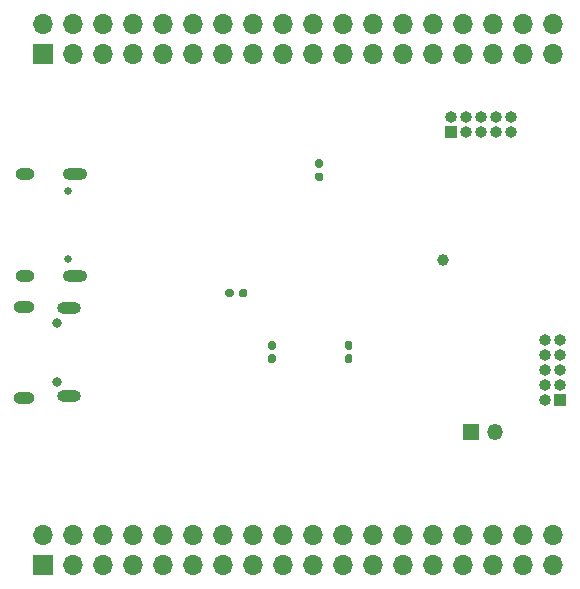
<source format=gbr>
%TF.GenerationSoftware,KiCad,Pcbnew,(5.1.10-1-10_14)*%
%TF.CreationDate,2021-08-18T14:47:54+08:00*%
%TF.ProjectId,jlinkob_hs,6a6c696e-6b6f-4625-9f68-732e6b696361,rev?*%
%TF.SameCoordinates,Original*%
%TF.FileFunction,Soldermask,Bot*%
%TF.FilePolarity,Negative*%
%FSLAX46Y46*%
G04 Gerber Fmt 4.6, Leading zero omitted, Abs format (unit mm)*
G04 Created by KiCad (PCBNEW (5.1.10-1-10_14)) date 2021-08-18 14:47:54*
%MOMM*%
%LPD*%
G01*
G04 APERTURE LIST*
%ADD10C,1.000000*%
%ADD11O,1.000000X1.000000*%
%ADD12R,1.000000X1.000000*%
%ADD13O,1.700000X1.700000*%
%ADD14R,1.700000X1.700000*%
%ADD15C,0.800000*%
%ADD16O,1.800000X1.000000*%
%ADD17O,2.000000X1.000000*%
%ADD18O,1.350000X1.350000*%
%ADD19R,1.350000X1.350000*%
%ADD20O,2.100000X1.000000*%
%ADD21C,0.650000*%
%ADD22O,1.600000X1.000000*%
G04 APERTURE END LIST*
D10*
%TO.C,TP1*%
X137500000Y-72190000D03*
%TD*%
D11*
%TO.C,CON2*%
X147410000Y-78990000D03*
X146140000Y-78990000D03*
X147410000Y-80260000D03*
X146140000Y-80260000D03*
X147410000Y-81530000D03*
X146140000Y-81530000D03*
X147410000Y-82800000D03*
X146140000Y-82800000D03*
X146140000Y-84070000D03*
D12*
X147410000Y-84070000D03*
%TD*%
D13*
%TO.C,J5*%
X146760000Y-52210000D03*
X146760000Y-54750000D03*
X144220000Y-52210000D03*
X144220000Y-54750000D03*
X141680000Y-52210000D03*
X141680000Y-54750000D03*
X139140000Y-52210000D03*
X139140000Y-54750000D03*
X136600000Y-52210000D03*
X136600000Y-54750000D03*
X134060000Y-52210000D03*
X134060000Y-54750000D03*
X131520000Y-52210000D03*
X131520000Y-54750000D03*
X128980000Y-52210000D03*
X128980000Y-54750000D03*
X126440000Y-52210000D03*
X126440000Y-54750000D03*
X123900000Y-52210000D03*
X123900000Y-54750000D03*
X121360000Y-52210000D03*
X121360000Y-54750000D03*
X118820000Y-52210000D03*
X118820000Y-54750000D03*
X116280000Y-52210000D03*
X116280000Y-54750000D03*
X113740000Y-52210000D03*
X113740000Y-54750000D03*
X111200000Y-52210000D03*
X111200000Y-54750000D03*
X108660000Y-52210000D03*
X108660000Y-54750000D03*
X106120000Y-52210000D03*
X106120000Y-54750000D03*
X103580000Y-52210000D03*
D14*
X103580000Y-54750000D03*
%TD*%
D13*
%TO.C,J4*%
X146810000Y-95480000D03*
X146810000Y-98020000D03*
X144270000Y-95480000D03*
X144270000Y-98020000D03*
X141730000Y-95480000D03*
X141730000Y-98020000D03*
X139190000Y-95480000D03*
X139190000Y-98020000D03*
X136650000Y-95480000D03*
X136650000Y-98020000D03*
X134110000Y-95480000D03*
X134110000Y-98020000D03*
X131570000Y-95480000D03*
X131570000Y-98020000D03*
X129030000Y-95480000D03*
X129030000Y-98020000D03*
X126490000Y-95480000D03*
X126490000Y-98020000D03*
X123950000Y-95480000D03*
X123950000Y-98020000D03*
X121410000Y-95480000D03*
X121410000Y-98020000D03*
X118870000Y-95480000D03*
X118870000Y-98020000D03*
X116330000Y-95480000D03*
X116330000Y-98020000D03*
X113790000Y-95480000D03*
X113790000Y-98020000D03*
X111250000Y-95480000D03*
X111250000Y-98020000D03*
X108710000Y-95480000D03*
X108710000Y-98020000D03*
X106170000Y-95480000D03*
X106170000Y-98020000D03*
X103630000Y-95480000D03*
D14*
X103630000Y-98020000D03*
%TD*%
D15*
%TO.C,J2*%
X104800000Y-82533824D03*
X104800000Y-77533824D03*
D16*
X102050000Y-83908824D03*
X102050000Y-76158824D03*
D17*
X105850000Y-83758824D03*
X105850000Y-76308824D03*
%TD*%
D18*
%TO.C,J3*%
X141850000Y-86730000D03*
D19*
X139850000Y-86730000D03*
%TD*%
D11*
%TO.C,CON1*%
X143240000Y-61390000D03*
X143240000Y-60120000D03*
X141970000Y-61390000D03*
X141970000Y-60120000D03*
X140700000Y-61390000D03*
X140700000Y-60120000D03*
X139430000Y-61390000D03*
X139430000Y-60120000D03*
X138160000Y-60120000D03*
D12*
X138160000Y-61390000D03*
%TD*%
%TO.C,C16*%
G36*
G01*
X123155000Y-79800000D02*
X122845000Y-79800000D01*
G75*
G02*
X122690000Y-79645000I0J155000D01*
G01*
X122690000Y-79220000D01*
G75*
G02*
X122845000Y-79065000I155000J0D01*
G01*
X123155000Y-79065000D01*
G75*
G02*
X123310000Y-79220000I0J-155000D01*
G01*
X123310000Y-79645000D01*
G75*
G02*
X123155000Y-79800000I-155000J0D01*
G01*
G37*
G36*
G01*
X123155000Y-80935000D02*
X122845000Y-80935000D01*
G75*
G02*
X122690000Y-80780000I0J155000D01*
G01*
X122690000Y-80355000D01*
G75*
G02*
X122845000Y-80200000I155000J0D01*
G01*
X123155000Y-80200000D01*
G75*
G02*
X123310000Y-80355000I0J-155000D01*
G01*
X123310000Y-80780000D01*
G75*
G02*
X123155000Y-80935000I-155000J0D01*
G01*
G37*
%TD*%
%TO.C,C15*%
G36*
G01*
X127155000Y-64400000D02*
X126845000Y-64400000D01*
G75*
G02*
X126690000Y-64245000I0J155000D01*
G01*
X126690000Y-63820000D01*
G75*
G02*
X126845000Y-63665000I155000J0D01*
G01*
X127155000Y-63665000D01*
G75*
G02*
X127310000Y-63820000I0J-155000D01*
G01*
X127310000Y-64245000D01*
G75*
G02*
X127155000Y-64400000I-155000J0D01*
G01*
G37*
G36*
G01*
X127155000Y-65535000D02*
X126845000Y-65535000D01*
G75*
G02*
X126690000Y-65380000I0J155000D01*
G01*
X126690000Y-64955000D01*
G75*
G02*
X126845000Y-64800000I155000J0D01*
G01*
X127155000Y-64800000D01*
G75*
G02*
X127310000Y-64955000I0J-155000D01*
G01*
X127310000Y-65380000D01*
G75*
G02*
X127155000Y-65535000I-155000J0D01*
G01*
G37*
%TD*%
%TO.C,C9*%
G36*
G01*
X120200000Y-75155000D02*
X120200000Y-74845000D01*
G75*
G02*
X120355000Y-74690000I155000J0D01*
G01*
X120780000Y-74690000D01*
G75*
G02*
X120935000Y-74845000I0J-155000D01*
G01*
X120935000Y-75155000D01*
G75*
G02*
X120780000Y-75310000I-155000J0D01*
G01*
X120355000Y-75310000D01*
G75*
G02*
X120200000Y-75155000I0J155000D01*
G01*
G37*
G36*
G01*
X119065000Y-75155000D02*
X119065000Y-74845000D01*
G75*
G02*
X119220000Y-74690000I155000J0D01*
G01*
X119645000Y-74690000D01*
G75*
G02*
X119800000Y-74845000I0J-155000D01*
G01*
X119800000Y-75155000D01*
G75*
G02*
X119645000Y-75310000I-155000J0D01*
G01*
X119220000Y-75310000D01*
G75*
G02*
X119065000Y-75155000I0J155000D01*
G01*
G37*
%TD*%
%TO.C,C8*%
G36*
G01*
X129655000Y-79800000D02*
X129345000Y-79800000D01*
G75*
G02*
X129190000Y-79645000I0J155000D01*
G01*
X129190000Y-79220000D01*
G75*
G02*
X129345000Y-79065000I155000J0D01*
G01*
X129655000Y-79065000D01*
G75*
G02*
X129810000Y-79220000I0J-155000D01*
G01*
X129810000Y-79645000D01*
G75*
G02*
X129655000Y-79800000I-155000J0D01*
G01*
G37*
G36*
G01*
X129655000Y-80935000D02*
X129345000Y-80935000D01*
G75*
G02*
X129190000Y-80780000I0J155000D01*
G01*
X129190000Y-80355000D01*
G75*
G02*
X129345000Y-80200000I155000J0D01*
G01*
X129655000Y-80200000D01*
G75*
G02*
X129810000Y-80355000I0J-155000D01*
G01*
X129810000Y-80780000D01*
G75*
G02*
X129655000Y-80935000I-155000J0D01*
G01*
G37*
%TD*%
D20*
%TO.C,J1*%
X106310000Y-73570000D03*
X106310000Y-64930000D03*
D21*
X105780000Y-66360000D03*
D22*
X102130000Y-64930000D03*
D21*
X105780000Y-72140000D03*
D22*
X102130000Y-73570000D03*
%TD*%
M02*

</source>
